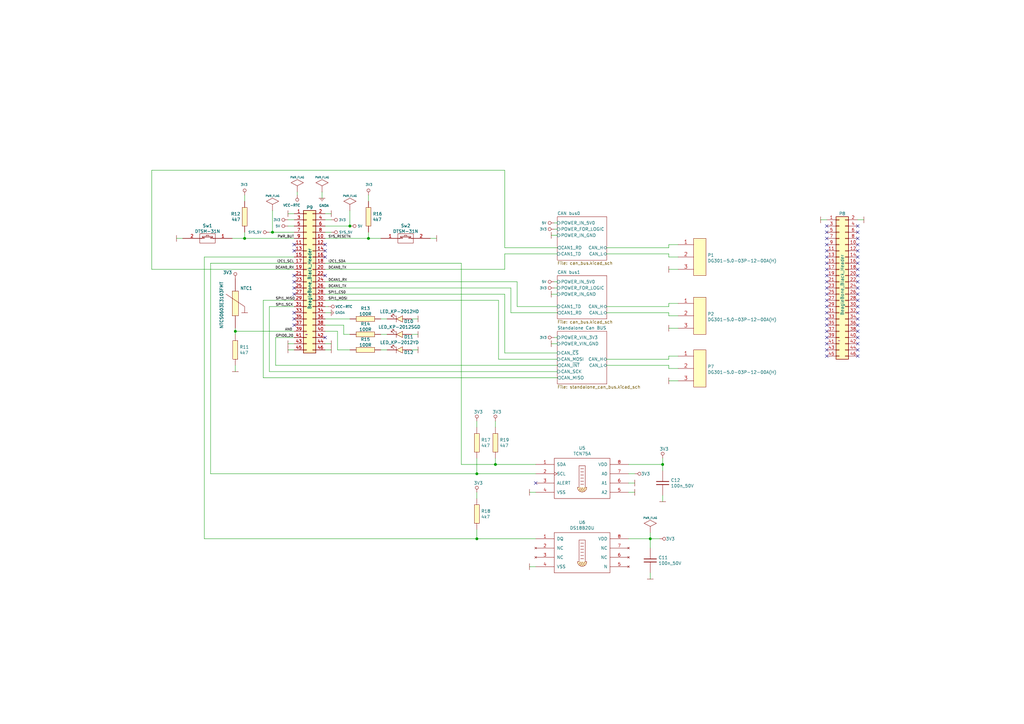
<source format=kicad_sch>
(kicad_sch (version 20210406) (generator eeschema)
  (paper "A3")
  (title_block (title "Beaglebone Black CAN bus cape") (date "2021-04-10") (rev "V1.0") (company "Embedded System Labs"))
  (lib_symbols
    (symbol "Capacitors_Smd0603:100n" (pin_numbers hide) (pin_names (offset 0.254))
      (property "Reference" "C" (at 1.27 2.54 0))
      (property "Value" "100n" (at 1.27 -2.54 0))
      (symbol "100n_1_1"
        (pin passive line (at 0 5.08 270) (length 4.4704) (name "~") (number "1"))
        (pin passive line (at 0 -5.08 90) (length 4.4704) (name "~") (number "2"))
      )
    )
    (symbol "Connector_Generic:Conn_02x23_Odd_Even" (pin_names (offset 1.016) hide)
      (property "Reference" "J" (at 1.27 30.48 0))
      (property "Value" "Conn_02x23_Odd_Even" (at 1.27 -30.48 0))
      (symbol "Conn_02x23_Odd_Even_1_1"
        (pin passive line (at -5.08 27.94 0) (length 3.81) (name "Pin_1") (number "1"))
        (pin passive line (at 7.62 17.78 180) (length 3.81) (name "Pin_10") (number "10"))
        (pin passive line (at -5.08 15.24 0) (length 3.81) (name "Pin_11") (number "11"))
        (pin passive line (at 7.62 15.24 180) (length 3.81) (name "Pin_12") (number "12"))
        (pin passive line (at -5.08 12.7 0) (length 3.81) (name "Pin_13") (number "13"))
        (pin passive line (at 7.62 12.7 180) (length 3.81) (name "Pin_14") (number "14"))
        (pin passive line (at -5.08 10.16 0) (length 3.81) (name "Pin_15") (number "15"))
        (pin passive line (at 7.62 10.16 180) (length 3.81) (name "Pin_16") (number "16"))
        (pin passive line (at -5.08 7.62 0) (length 3.81) (name "Pin_17") (number "17"))
        (pin passive line (at 7.62 7.62 180) (length 3.81) (name "Pin_18") (number "18"))
        (pin passive line (at -5.08 5.08 0) (length 3.81) (name "Pin_19") (number "19"))
        (pin passive line (at 7.62 27.94 180) (length 3.81) (name "Pin_2") (number "2"))
        (pin passive line (at 7.62 5.08 180) (length 3.81) (name "Pin_20") (number "20"))
        (pin passive line (at -5.08 2.54 0) (length 3.81) (name "Pin_21") (number "21"))
        (pin passive line (at 7.62 2.54 180) (length 3.81) (name "Pin_22") (number "22"))
        (pin passive line (at -5.08 0 0) (length 3.81) (name "Pin_23") (number "23"))
        (pin passive line (at 7.62 0 180) (length 3.81) (name "Pin_24") (number "24"))
        (pin passive line (at -5.08 -2.54 0) (length 3.81) (name "Pin_25") (number "25"))
        (pin passive line (at 7.62 -2.54 180) (length 3.81) (name "Pin_26") (number "26"))
        (pin passive line (at -5.08 -5.08 0) (length 3.81) (name "Pin_27") (number "27"))
        (pin passive line (at 7.62 -5.08 180) (length 3.81) (name "Pin_28") (number "28"))
        (pin passive line (at -5.08 -7.62 0) (length 3.81) (name "Pin_29") (number "29"))
        (pin passive line (at -5.08 25.4 0) (length 3.81) (name "Pin_3") (number "3"))
        (pin passive line (at 7.62 -7.62 180) (length 3.81) (name "Pin_30") (number "30"))
        (pin passive line (at -5.08 -10.16 0) (length 3.81) (name "Pin_31") (number "31"))
        (pin passive line (at 7.62 -10.16 180) (length 3.81) (name "Pin_32") (number "32"))
        (pin passive line (at -5.08 -12.7 0) (length 3.81) (name "Pin_33") (number "33"))
        (pin passive line (at 7.62 -12.7 180) (length 3.81) (name "Pin_34") (number "34"))
        (pin passive line (at -5.08 -15.24 0) (length 3.81) (name "Pin_35") (number "35"))
        (pin passive line (at 7.62 -15.24 180) (length 3.81) (name "Pin_36") (number "36"))
        (pin passive line (at -5.08 -17.78 0) (length 3.81) (name "Pin_37") (number "37"))
        (pin passive line (at 7.62 -17.78 180) (length 3.81) (name "Pin_38") (number "38"))
        (pin passive line (at -5.08 -20.32 0) (length 3.81) (name "Pin_39") (number "39"))
        (pin passive line (at 7.62 25.4 180) (length 3.81) (name "Pin_4") (number "4"))
        (pin passive line (at 7.62 -20.32 180) (length 3.81) (name "Pin_40") (number "40"))
        (pin passive line (at -5.08 -22.86 0) (length 3.81) (name "Pin_41") (number "41"))
        (pin passive line (at 7.62 -22.86 180) (length 3.81) (name "Pin_42") (number "42"))
        (pin passive line (at -5.08 -25.4 0) (length 3.81) (name "Pin_43") (number "43"))
        (pin passive line (at 7.62 -25.4 180) (length 3.81) (name "Pin_44") (number "44"))
        (pin passive line (at -5.08 -27.94 0) (length 3.81) (name "Pin_45") (number "45"))
        (pin passive line (at 7.62 -27.94 180) (length 3.81) (name "Pin_46") (number "46"))
        (pin passive line (at -5.08 22.86 0) (length 3.81) (name "Pin_5") (number "5"))
        (pin passive line (at 7.62 22.86 180) (length 3.81) (name "Pin_6") (number "6"))
        (pin passive line (at -5.08 20.32 0) (length 3.81) (name "Pin_7") (number "7"))
        (pin passive line (at 7.62 20.32 180) (length 3.81) (name "Pin_8") (number "8"))
        (pin passive line (at -5.08 17.78 0) (length 3.81) (name "Pin_9") (number "9"))
      )
    )
    (symbol "Diodes:LED_KP-2012HD" (pin_numbers hide) (pin_names (offset 1.016) hide)
      (property "Reference" "D" (at 0 2.54 0))
      (property "Value" "LED_KP-2012HD" (at 0 -3.81 0))
      (property "Datasheet" "D:/Git_Kicad_Library/Schematic/Diodes/Components_Documentation/KP2012xxx.pdf" (at 0 0 0))
      (symbol "LED_KP-2012HD_1_1"
        (pin passive line (at -5.08 0 0) (length 3.81) (name "A") (number "1"))
        (pin passive line (at 5.08 0 180) (length 3.81) (name "K") (number "2"))
      )
    )
    (symbol "Diodes:LED_KP-2012SGD" (pin_numbers hide) (pin_names (offset 1.016) hide)
      (property "Reference" "D" (at 0 2.54 0))
      (property "Value" "LED_KP-2012SGD" (at 0 -3.81 0))
      (property "Datasheet" "D:/Git_Kicad_Library/Schematic/Diodes/Components_Documentation/KP2012xxx.pdf" (at 0 0 0))
      (symbol "LED_KP-2012SGD_1_1"
        (pin passive line (at -5.08 0 0) (length 3.81) (name "A") (number "1"))
        (pin passive line (at 5.08 0 180) (length 3.81) (name "K") (number "2"))
      )
    )
    (symbol "Diodes:LED_KP-2012YD" (pin_numbers hide) (pin_names (offset 1.016) hide)
      (property "Reference" "D" (at 0 2.54 0))
      (property "Value" "LED_KP-2012YD" (at 0 -3.81 0))
      (property "Datasheet" "D:/Git_Kicad_Library/Schematic/Diodes/Components_Documentation/KP2012xxx.pdf" (at 0 0 0))
      (symbol "LED_KP-2012YD_1_1"
        (pin passive line (at -5.08 0 0) (length 3.81) (name "A") (number "1"))
        (pin passive line (at 5.08 0 180) (length 3.81) (name "K") (number "2"))
      )
    )
    (symbol "Discrete_Connectors:DG301-5.0-03P-12-00A(H)" (pin_names (offset 1.016) hide)
      (property "Reference" "P" (at 3.81 0 90))
      (property "Value" "DG301-5.0-03P-12-00A(H)" (at 6.35 0 90))
      (symbol "DG301-5.0-03P-12-00A(H)_1_1"
        (pin passive line (at -8.89 5.08 0) (length 6.35) (name "~") (number "1"))
        (pin passive line (at -8.89 0 0) (length 6.35) (name "~") (number "2"))
        (pin passive line (at -8.89 -5.08 0) (length 6.35) (name "~") (number "3"))
      )
    )
    (symbol "Microswitches:DTSM-31N" (pin_names (offset 1.016))
      (property "Reference" "Sw" (at 0 5.08 0))
      (property "Value" "DTSM-31N" (at 0 7.62 0))
      (property "Datasheet" "Switches/Microswitches/Components_Documentation/dtsm31n.pdf" (at 0 0 0))
      (symbol "DTSM-31N_1_1"
        (pin input line (at -10.16 0 0) (length 7.62) (name "~") (number "1"))
        (pin input line (at 10.16 0 180) (length 7.62) (name "~") (number "2"))
      )
    )
    (symbol "NTC_Thermistors:NTCS0603E3103FMT" (pin_numbers hide) (pin_names (offset 1.016) hide)
      (property "Reference" "NTC" (at 0 2.54 0))
      (property "Value" "NTCS0603E3103FMT" (at 0 5.08 0))
      (symbol "NTCS0603E3103FMT_1_1"
        (pin input line (at -10.16 0 0) (length 5.08) (name "~") (number "1"))
        (pin input line (at 10.16 0 180) (length 5.08) (name "~") (number "2"))
      )
    )
    (symbol "Resistors_Smd0603:100R" (pin_numbers hide) (pin_names (offset 0))
      (property "Reference" "R" (at 2.032 0 90))
      (property "Value" "100R" (at -2.54 0 90))
      (symbol "100R_1_1"
        (pin passive line (at 0 6.35 270) (length 2.54) (name "~") (number "1"))
        (pin passive line (at 0 -6.35 90) (length 2.54) (name "~") (number "2"))
      )
    )
    (symbol "Resistors_Smd0603:4k7" (pin_numbers hide) (pin_names (offset 1.016))
      (property "Reference" "R" (at 2.54 0 90))
      (property "Value" "4k7" (at -2.54 0 90))
      (symbol "4k7_1_1"
        (pin passive line (at 0 6.35 270) (length 2.54) (name "~") (number "1"))
        (pin passive line (at 0 -6.35 90) (length 2.54) (name "~") (number "2"))
      )
    )
    (symbol "Temperature_Sensors:DS18B20U" (pin_names (offset 1.016))
      (property "Reference" "U" (at 0 8.89 0))
      (property "Value" "DS18B20U" (at 0 11.43 0))
      (symbol "DS18B20U_1_1"
        (pin bidirectional line (at -19.05 5.08 0) (length 7.62) (name "DQ") (number "1"))
        (pin no_connect line (at -19.05 1.27 0) (length 7.62) (name "NC") (number "2"))
        (pin no_connect line (at -19.05 -2.54 0) (length 7.62) (name "NC") (number "3"))
        (pin power_in line (at -19.05 -6.35 0) (length 7.62) (name "VSS") (number "4"))
        (pin no_connect line (at 19.05 -6.35 180) (length 7.62) (name "N") (number "5"))
        (pin no_connect line (at 19.05 -2.54 180) (length 7.62) (name "NC") (number "6"))
        (pin no_connect line (at 19.05 1.27 180) (length 7.62) (name "NC") (number "7"))
        (pin power_in line (at 19.05 5.08 180) (length 7.62) (name "VDD") (number "8"))
      )
    )
    (symbol "Temperature_Sensors:TCN75A" (pin_names (offset 1.016))
      (property "Reference" "U" (at 0 8.89 0))
      (property "Value" "TCN75A" (at 0 11.43 0))
      (symbol "TCN75A_1_1"
        (pin bidirectional line (at -19.05 5.08 0) (length 7.62) (name "SDA") (number "1"))
        (pin input clock (at -19.05 1.27 0) (length 7.62) (name "SCL") (number "2"))
        (pin output line (at -19.05 -2.54 0) (length 7.62) (name "ALERT") (number "3"))
        (pin power_in line (at -19.05 -6.35 0) (length 7.62) (name "VSS") (number "4"))
        (pin input line (at 19.05 -6.35 180) (length 7.62) (name "A2") (number "5"))
        (pin input line (at 19.05 -2.54 180) (length 7.62) (name "A1") (number "6"))
        (pin input line (at 19.05 1.27 180) (length 7.62) (name "A0") (number "7"))
        (pin power_in line (at 19.05 5.08 180) (length 7.62) (name "VDD") (number "8"))
      )
    )
    (symbol "power:3V3" (power) (pin_names (offset 0))
      (property "Value" "3V3" (at 0 3.81 0))
      (symbol "3V3_0_0"
        (pin power_in line (at 0 0 90) (length 0) hide (name "3V3") (number "1"))
      )
    )
    (symbol "power:5V" (power) (pin_names (offset 0))
      (property "Value" "5V" (at 0 3.81 0))
      (symbol "5V_0_0"
        (pin power_in line (at 0 0 90) (length 0) hide (name "5V") (number "1"))
      )
    )
    (symbol "power:AVCC" (power) (pin_names (offset 1.016))
      (property "Value" "AVCC" (at 0 3.81 0))
      (symbol "AVCC_1_0"
        (pin power_in line (at 0 0 90) (length 0) hide (name "VCC-RTC") (number "1"))
      )
    )
    (symbol "power:GND" (power) (pin_names (offset 0))
      (symbol "GND_1_1"
        (pin power_in line (at 0 0 180) (length 0) hide (name "GND") (number "1"))
      )
    )
    (symbol "power:GNDA" (power) (pin_names (offset 0))
      (property "Value" "GNDA" (at 0 -2.54 0))
      (symbol "GNDA_1_1"
        (pin power_in line (at 0 0 90) (length 0) hide (name "GNDA") (number "1"))
      )
    )
    (symbol "power:PWR_FLAG" (power) (pin_numbers hide) (pin_names (offset 0) hide)
      (property "Value" "PWR_FLAG" (at 0 5.842 0))
      (symbol "PWR_FLAG_0_0"
        (pin power_out line (at 0 0 90) (length 0) (name "pwr") (number "1"))
      )
    )
    (symbol "power:SYS_5V" (power) (pin_names (offset 0))
      (property "Value" "SYS_5V" (at 0 3.81 0))
      (symbol "SYS_5V_0_0"
        (pin power_in line (at 0 0 90) (length 0) hide (name "SYS_5V") (number "1"))
      )
    )
  )
  (junction (at 96.52 135.89) (diameter 1.016))
  (junction (at 100.33 97.79) (diameter 1.016))
  (junction (at 111.76 95.25) (diameter 1.016))
  (junction (at 143.51 92.71) (diameter 1.016))
  (junction (at 151.13 97.79) (diameter 1.016))
  (junction (at 195.58 194.31) (diameter 1.016))
  (junction (at 195.58 220.98) (diameter 1.016))
  (junction (at 203.2 190.5) (diameter 1.016))
  (junction (at 266.7 220.98) (diameter 1.016))
  (junction (at 271.78 190.5) (diameter 1.016))
  (no_connect (at 120.65 100.33))
  (no_connect (at 120.65 102.87))
  (no_connect (at 120.65 113.03))
  (no_connect (at 120.65 115.57))
  (no_connect (at 120.65 118.11))
  (no_connect (at 120.65 120.65))
  (no_connect (at 120.65 128.27))
  (no_connect (at 120.65 130.81))
  (no_connect (at 120.65 133.35))
  (no_connect (at 133.35 100.33))
  (no_connect (at 133.35 102.87))
  (no_connect (at 133.35 105.41))
  (no_connect (at 133.35 113.03))
  (no_connect (at 133.35 138.43))
  (no_connect (at 219.71 198.12))
  (no_connect (at 339.09 92.71))
  (no_connect (at 339.09 95.25))
  (no_connect (at 339.09 97.79))
  (no_connect (at 339.09 100.33))
  (no_connect (at 339.09 102.87))
  (no_connect (at 339.09 105.41))
  (no_connect (at 339.09 107.95))
  (no_connect (at 339.09 110.49))
  (no_connect (at 339.09 113.03))
  (no_connect (at 339.09 115.57))
  (no_connect (at 339.09 118.11))
  (no_connect (at 339.09 120.65))
  (no_connect (at 339.09 123.19))
  (no_connect (at 339.09 125.73))
  (no_connect (at 339.09 128.27))
  (no_connect (at 339.09 130.81))
  (no_connect (at 339.09 133.35))
  (no_connect (at 339.09 135.89))
  (no_connect (at 339.09 138.43))
  (no_connect (at 339.09 140.97))
  (no_connect (at 339.09 143.51))
  (no_connect (at 339.09 146.05))
  (no_connect (at 351.79 92.71))
  (no_connect (at 351.79 95.25))
  (no_connect (at 351.79 97.79))
  (no_connect (at 351.79 100.33))
  (no_connect (at 351.79 102.87))
  (no_connect (at 351.79 105.41))
  (no_connect (at 351.79 107.95))
  (no_connect (at 351.79 110.49))
  (no_connect (at 351.79 113.03))
  (no_connect (at 351.79 115.57))
  (no_connect (at 351.79 118.11))
  (no_connect (at 351.79 120.65))
  (no_connect (at 351.79 123.19))
  (no_connect (at 351.79 125.73))
  (no_connect (at 351.79 128.27))
  (no_connect (at 351.79 130.81))
  (no_connect (at 351.79 133.35))
  (no_connect (at 351.79 135.89))
  (no_connect (at 351.79 138.43))
  (no_connect (at 351.79 140.97))
  (no_connect (at 351.79 143.51))
  (no_connect (at 351.79 146.05))
  (wire (pts (xy 62.23 69.85) (xy 62.23 110.49)))
  (wire (pts (xy 62.23 69.85) (xy 207.01 69.85)))
  (wire (pts (xy 62.23 110.49) (xy 120.65 110.49)))
  (wire (pts (xy 74.93 97.79) (xy 72.39 97.79)))
  (wire (pts (xy 83.82 105.41) (xy 120.65 105.41)))
  (wire (pts (xy 83.82 220.98) (xy 83.82 105.41)))
  (wire (pts (xy 83.82 220.98) (xy 195.58 220.98)))
  (wire (pts (xy 86.36 107.95) (xy 86.36 194.31)))
  (wire (pts (xy 86.36 107.95) (xy 120.65 107.95)))
  (wire (pts (xy 86.36 194.31) (xy 195.58 194.31)))
  (wire (pts (xy 96.52 134.62) (xy 96.52 135.89)))
  (wire (pts (xy 96.52 135.89) (xy 96.52 137.16)))
  (wire (pts (xy 96.52 135.89) (xy 120.65 135.89)))
  (wire (pts (xy 96.52 149.86) (xy 96.52 152.4)))
  (wire (pts (xy 100.33 80.01) (xy 100.33 82.55)))
  (wire (pts (xy 100.33 95.25) (xy 100.33 97.79)))
  (wire (pts (xy 100.33 97.79) (xy 95.25 97.79)))
  (wire (pts (xy 100.33 97.79) (xy 120.65 97.79)))
  (wire (pts (xy 107.95 123.19) (xy 107.95 154.94)))
  (wire (pts (xy 107.95 123.19) (xy 120.65 123.19)))
  (wire (pts (xy 107.95 154.94) (xy 228.6 154.94)))
  (wire (pts (xy 110.49 95.25) (xy 111.76 95.25)))
  (wire (pts (xy 110.49 125.73) (xy 110.49 152.4)))
  (wire (pts (xy 110.49 125.73) (xy 120.65 125.73)))
  (wire (pts (xy 110.49 152.4) (xy 228.6 152.4)))
  (wire (pts (xy 111.76 86.36) (xy 111.76 95.25)))
  (wire (pts (xy 111.76 95.25) (xy 120.65 95.25)))
  (wire (pts (xy 113.03 138.43) (xy 120.65 138.43)))
  (wire (pts (xy 113.03 149.86) (xy 113.03 138.43)))
  (wire (pts (xy 113.03 149.86) (xy 228.6 149.86)))
  (wire (pts (xy 118.11 140.97) (xy 120.65 140.97)))
  (wire (pts (xy 118.11 143.51) (xy 120.65 143.51)))
  (wire (pts (xy 120.65 87.63) (xy 118.11 87.63)))
  (wire (pts (xy 120.65 90.17) (xy 118.11 90.17)))
  (wire (pts (xy 120.65 92.71) (xy 118.11 92.71)))
  (wire (pts (xy 121.92 78.74) (xy 121.92 80.01)))
  (wire (pts (xy 132.08 78.74) (xy 132.08 81.28)))
  (wire (pts (xy 133.35 87.63) (xy 135.89 87.63)))
  (wire (pts (xy 133.35 90.17) (xy 135.89 90.17)))
  (wire (pts (xy 133.35 92.71) (xy 143.51 92.71)))
  (wire (pts (xy 133.35 95.25) (xy 135.89 95.25)))
  (wire (pts (xy 133.35 97.79) (xy 151.13 97.79)))
  (wire (pts (xy 133.35 107.95) (xy 189.23 107.95)))
  (wire (pts (xy 133.35 110.49) (xy 207.01 110.49)))
  (wire (pts (xy 133.35 115.57) (xy 212.09 115.57)))
  (wire (pts (xy 133.35 118.11) (xy 209.55 118.11)))
  (wire (pts (xy 133.35 120.65) (xy 207.01 120.65)))
  (wire (pts (xy 133.35 123.19) (xy 204.47 123.19)))
  (wire (pts (xy 133.35 125.73) (xy 134.62 125.73)))
  (wire (pts (xy 133.35 128.27) (xy 135.89 128.27)))
  (wire (pts (xy 133.35 130.81) (xy 143.51 130.81)))
  (wire (pts (xy 133.35 133.35) (xy 140.97 133.35)))
  (wire (pts (xy 133.35 135.89) (xy 138.43 135.89)))
  (wire (pts (xy 133.35 140.97) (xy 135.89 140.97)))
  (wire (pts (xy 133.35 143.51) (xy 135.89 143.51)))
  (wire (pts (xy 138.43 135.89) (xy 138.43 143.51)))
  (wire (pts (xy 138.43 143.51) (xy 143.51 143.51)))
  (wire (pts (xy 140.97 133.35) (xy 140.97 137.16)))
  (wire (pts (xy 140.97 137.16) (xy 143.51 137.16)))
  (wire (pts (xy 143.51 86.36) (xy 143.51 92.71)))
  (wire (pts (xy 151.13 80.01) (xy 151.13 82.55)))
  (wire (pts (xy 151.13 95.25) (xy 151.13 97.79)))
  (wire (pts (xy 151.13 97.79) (xy 156.21 97.79)))
  (wire (pts (xy 156.21 130.81) (xy 158.75 130.81)))
  (wire (pts (xy 156.21 137.16) (xy 158.75 137.16)))
  (wire (pts (xy 156.21 143.51) (xy 158.75 143.51)))
  (wire (pts (xy 168.91 130.81) (xy 171.45 130.81)))
  (wire (pts (xy 168.91 137.16) (xy 171.45 137.16)))
  (wire (pts (xy 168.91 143.51) (xy 171.45 143.51)))
  (wire (pts (xy 176.53 97.79) (xy 179.07 97.79)))
  (wire (pts (xy 189.23 190.5) (xy 189.23 107.95)))
  (wire (pts (xy 195.58 172.72) (xy 195.58 175.26)))
  (wire (pts (xy 195.58 187.96) (xy 195.58 194.31)))
  (wire (pts (xy 195.58 194.31) (xy 219.71 194.31)))
  (wire (pts (xy 195.58 201.93) (xy 195.58 204.47)))
  (wire (pts (xy 195.58 217.17) (xy 195.58 220.98)))
  (wire (pts (xy 195.58 220.98) (xy 219.71 220.98)))
  (wire (pts (xy 203.2 172.72) (xy 203.2 175.26)))
  (wire (pts (xy 203.2 187.96) (xy 203.2 190.5)))
  (wire (pts (xy 203.2 190.5) (xy 189.23 190.5)))
  (wire (pts (xy 203.2 190.5) (xy 219.71 190.5)))
  (wire (pts (xy 204.47 147.32) (xy 204.47 123.19)))
  (wire (pts (xy 207.01 101.6) (xy 207.01 69.85)))
  (wire (pts (xy 207.01 104.14) (xy 228.6 104.14)))
  (wire (pts (xy 207.01 110.49) (xy 207.01 104.14)))
  (wire (pts (xy 207.01 120.65) (xy 207.01 144.78)))
  (wire (pts (xy 207.01 144.78) (xy 228.6 144.78)))
  (wire (pts (xy 209.55 128.27) (xy 209.55 118.11)))
  (wire (pts (xy 209.55 128.27) (xy 228.6 128.27)))
  (wire (pts (xy 212.09 125.73) (xy 212.09 115.57)))
  (wire (pts (xy 219.71 201.93) (xy 217.17 201.93)))
  (wire (pts (xy 219.71 232.41) (xy 217.17 232.41)))
  (wire (pts (xy 227.33 91.44) (xy 228.6 91.44)))
  (wire (pts (xy 227.33 93.98) (xy 228.6 93.98)))
  (wire (pts (xy 227.33 115.57) (xy 228.6 115.57)))
  (wire (pts (xy 227.33 118.11) (xy 228.6 118.11)))
  (wire (pts (xy 227.33 138.43) (xy 228.6 138.43)))
  (wire (pts (xy 228.6 96.52) (xy 226.06 96.52)))
  (wire (pts (xy 228.6 101.6) (xy 207.01 101.6)))
  (wire (pts (xy 228.6 120.65) (xy 226.06 120.65)))
  (wire (pts (xy 228.6 125.73) (xy 212.09 125.73)))
  (wire (pts (xy 228.6 140.97) (xy 226.06 140.97)))
  (wire (pts (xy 228.6 147.32) (xy 204.47 147.32)))
  (wire (pts (xy 248.92 101.6) (xy 274.32 101.6)))
  (wire (pts (xy 248.92 104.14) (xy 274.32 104.14)))
  (wire (pts (xy 248.92 125.73) (xy 274.32 125.73)))
  (wire (pts (xy 248.92 128.27) (xy 274.32 128.27)))
  (wire (pts (xy 248.92 147.32) (xy 274.32 147.32)))
  (wire (pts (xy 248.92 149.86) (xy 274.32 149.86)))
  (wire (pts (xy 257.81 198.12) (xy 260.35 198.12)))
  (wire (pts (xy 257.81 201.93) (xy 260.35 201.93)))
  (wire (pts (xy 260.35 194.31) (xy 257.81 194.31)))
  (wire (pts (xy 266.7 218.44) (xy 266.7 220.98)))
  (wire (pts (xy 266.7 220.98) (xy 257.81 220.98)))
  (wire (pts (xy 266.7 224.79) (xy 266.7 220.98)))
  (wire (pts (xy 266.7 234.95) (xy 266.7 237.49)))
  (wire (pts (xy 270.51 220.98) (xy 266.7 220.98)))
  (wire (pts (xy 271.78 187.96) (xy 271.78 190.5)))
  (wire (pts (xy 271.78 190.5) (xy 257.81 190.5)))
  (wire (pts (xy 271.78 193.04) (xy 271.78 190.5)))
  (wire (pts (xy 271.78 203.2) (xy 271.78 205.74)))
  (wire (pts (xy 274.32 100.33) (xy 278.13 100.33)))
  (wire (pts (xy 274.32 101.6) (xy 274.32 100.33)))
  (wire (pts (xy 274.32 104.14) (xy 274.32 105.41)))
  (wire (pts (xy 274.32 105.41) (xy 278.13 105.41)))
  (wire (pts (xy 274.32 124.46) (xy 278.13 124.46)))
  (wire (pts (xy 274.32 125.73) (xy 274.32 124.46)))
  (wire (pts (xy 274.32 128.27) (xy 274.32 129.54)))
  (wire (pts (xy 274.32 129.54) (xy 278.13 129.54)))
  (wire (pts (xy 274.32 146.05) (xy 278.13 146.05)))
  (wire (pts (xy 274.32 147.32) (xy 274.32 146.05)))
  (wire (pts (xy 274.32 149.86) (xy 274.32 151.13)))
  (wire (pts (xy 274.32 151.13) (xy 278.13 151.13)))
  (wire (pts (xy 278.13 110.49) (xy 274.32 110.49)))
  (wire (pts (xy 278.13 134.62) (xy 274.32 134.62)))
  (wire (pts (xy 278.13 156.21) (xy 274.32 156.21)))
  (wire (pts (xy 339.09 90.17) (xy 336.55 90.17)))
  (wire (pts (xy 351.79 90.17) (xy 354.33 90.17)))
  (label "SPI1_MISO" (at 113.03 123.19 0) (effects (font (size 1 1))))
  (label "SPI1_SCK" (at 113.03 125.73 0) (effects (font (size 1 1))))
  (label "GPIO0_20" (at 113.03 138.43 0) (effects (font (size 1 1))))
  (label "AN0" (at 116.84 135.89 0) (effects (font (size 1 1))))
  (label "PWR_BUT" (at 120.65 97.79 180) (effects (font (size 1 1))))
  (label "I2C1_SCL" (at 120.65 107.95 180) (effects (font (size 1 1))))
  (label "DCAN0_RX" (at 120.65 110.49 180) (effects (font (size 1 1))))
  (label "SYS_RESETN" (at 134.62 97.79 0) (effects (font (size 1 1))))
  (label "I2C1_SDA" (at 134.62 107.95 0) (effects (font (size 1 1))))
  (label "DCAN0_TX" (at 134.62 110.49 0) (effects (font (size 1 1))))
  (label "DCAN1_RX" (at 134.62 115.57 0) (effects (font (size 1 1))))
  (label "DCAN1_TX" (at 134.62 118.11 0) (effects (font (size 1 1))))
  (label "SPI1_CS0" (at 134.62 120.65 0) (effects (font (size 1 1))))
  (label "SPI1_MOSI" (at 134.62 123.19 0) (effects (font (size 1 1))))
  (symbol (lib_id "power:GND") (at 72.39 97.79 270) (mirror x) (unit 1)
    (property "Reference" "#PWR0156" (effects hide))
    (property "Value" "GND" (effects hide))
  )
  (symbol (lib_id "power:GND") (at 96.52 152.4 0) (unit 1)
    (property "Reference" "#PWR0157" (effects hide))
    (property "Value" "GND" (effects hide))
  )
  (symbol (lib_id "power:GND") (at 118.11 87.63 270) (unit 1)
    (property "Reference" "#PWR0123" (effects hide))
    (property "Value" "GND" (effects hide))
  )
  (symbol (lib_id "power:GND") (at 118.11 140.97 90) (unit 1)
    (property "Reference" "#PWR0107" (effects hide))
    (property "Value" "GND" (effects hide))
  )
  (symbol (lib_id "power:GND") (at 118.11 143.51 90) (unit 1)
    (property "Reference" "#PWR0105" (effects hide))
    (property "Value" "GND" (effects hide))
  )
  (symbol (lib_id "power:GND") (at 135.89 87.63 90) (unit 1)
    (property "Reference" "#PWR0102" (effects hide))
    (property "Value" "GND" (effects hide))
  )
  (symbol (lib_id "power:GND") (at 135.89 140.97 90) (unit 1)
    (property "Reference" "#PWR0106" (effects hide))
    (property "Value" "GND" (effects hide))
  )
  (symbol (lib_id "power:GND") (at 135.89 143.51 90) (unit 1)
    (property "Reference" "#PWR0104" (effects hide))
    (property "Value" "GND" (effects hide))
  )
  (symbol (lib_id "power:GND") (at 171.45 130.81 90) (unit 1)
    (property "Reference" "#PWR0174" (effects hide))
    (property "Value" "GND" (effects hide))
  )
  (symbol (lib_id "power:GND") (at 171.45 137.16 90) (unit 1)
    (property "Reference" "#PWR0175" (effects hide))
    (property "Value" "GND" (effects hide))
  )
  (symbol (lib_id "power:GND") (at 171.45 143.51 90) (unit 1)
    (property "Reference" "#PWR0176" (effects hide))
    (property "Value" "GND" (effects hide))
  )
  (symbol (lib_id "power:GND") (at 179.07 97.79 90) (unit 1)
    (property "Reference" "#PWR0161" (effects hide))
    (property "Value" "GND" (effects hide))
  )
  (symbol (lib_id "power:GND") (at 217.17 201.93 270) (unit 1)
    (property "Reference" "#PWR0164" (effects hide))
    (property "Value" "GND" (effects hide))
  )
  (symbol (lib_id "power:GND") (at 217.17 232.41 270) (unit 1)
    (property "Reference" "#PWR0169" (effects hide))
    (property "Value" "GND" (effects hide))
  )
  (symbol (lib_id "power:GND") (at 226.06 96.52 270) (unit 1)
    (property "Reference" "#PWR0113" (effects hide))
    (property "Value" "GND" (effects hide))
  )
  (symbol (lib_id "power:GND") (at 226.06 120.65 270) (unit 1)
    (property "Reference" "#PWR0115" (effects hide))
    (property "Value" "GND" (effects hide))
  )
  (symbol (lib_id "power:GND") (at 226.06 140.97 270) (unit 1)
    (property "Reference" "#PWR0173" (effects hide))
    (property "Value" "GND" (effects hide))
  )
  (symbol (lib_id "power:GND") (at 260.35 198.12 90) (unit 1)
    (property "Reference" "#PWR0162" (effects hide))
    (property "Value" "GND" (effects hide))
  )
  (symbol (lib_id "power:GND") (at 260.35 201.93 90) (unit 1)
    (property "Reference" "#PWR0163" (effects hide))
    (property "Value" "GND" (effects hide))
  )
  (symbol (lib_id "power:GND") (at 266.7 237.49 0) (unit 1)
    (property "Reference" "#PWR0171" (effects hide))
    (property "Value" "GND" (effects hide))
  )
  (symbol (lib_id "power:GND") (at 271.78 205.74 0) (unit 1)
    (property "Reference" "#PWR0167" (effects hide))
    (property "Value" "GND" (effects hide))
  )
  (symbol (lib_id "power:GND") (at 274.32 110.49 270) (unit 1)
    (property "Reference" "#PWR0118" (effects hide))
    (property "Value" "GND" (effects hide))
  )
  (symbol (lib_id "power:GND") (at 274.32 134.62 270) (unit 1)
    (property "Reference" "#PWR0119" (effects hide))
    (property "Value" "GND" (effects hide))
  )
  (symbol (lib_id "power:GND") (at 274.32 156.21 270) (unit 1)
    (property "Reference" "#PWR0152" (effects hide))
    (property "Value" "GND" (effects hide))
  )
  (symbol (lib_id "power:GND") (at 336.55 90.17 270) (unit 1)
    (property "Reference" "#PWR0117" (effects hide))
    (property "Value" "GND" (effects hide))
  )
  (symbol (lib_id "power:GND") (at 354.33 90.17 90) (unit 1)
    (property "Reference" "#PWR0110" (effects hide))
    (property "Value" "GND" (effects hide))
  )
  (symbol (lib_id "power:GNDA") (at 132.08 81.28 0) (unit 1)
    (property "Reference" "#PWR0178" (effects hide))
    (property "Value" "GNDA" (at 130.8309 84.328 0) (effects (font (size 1 1)) (justify left)))
  )
  (symbol (lib_id "power:GNDA") (at 135.89 128.27 90) (unit 1)
    (property "Reference" "#PWR0109" (effects hide))
    (property "Value" "GNDA" (at 141.478 128.2491 90) (effects (font (size 1 1)) (justify left)))
  )
  (symbol (lib_id "power:3V3") (at 96.52 114.3 0) (unit 1)
    (property "Reference" "#PWR0154" (effects hide))
    (property "Value" "3V3" (at 91.44 111.76 0) (effects (justify left)))
  )
  (symbol (lib_id "power:3V3") (at 100.33 80.01 0) (mirror y) (unit 1)
    (property "Reference" "#PWR0155" (effects hide))
    (property "Value" "3V3" (at 101.5925 75.6919 0) (effects (font (size 1 1)) (justify left)))
  )
  (symbol (lib_id "power:SYS_5V") (at 110.49 95.25 90) (unit 1)
    (property "Reference" "#PWR0122" (effects hide))
    (property "Value" "SYS_5V" (at 107.3149 95.2425 90) (effects (font (size 1 1)) (justify left)))
  )
  (symbol (lib_id "power:3V3") (at 118.11 90.17 90) (unit 1)
    (property "Reference" "#PWR0124" (effects hide))
    (property "Value" "3V3" (at 115.0619 90.1625 90) (effects (font (size 1 1)) (justify left)))
  )
  (symbol (lib_id "power:5V") (at 118.11 92.71 90) (unit 1)
    (property "Reference" "#PWR0120" (effects hide))
    (property "Value" "5V" (at 114.9349 92.7025 90) (effects (font (size 1 1)) (justify left)))
  )
  (symbol (lib_id "power:AVCC") (at 121.92 80.01 180) (unit 1)
    (property "Reference" "#PWR0177" (effects hide))
    (property "Value" "AVCC" (at 123.1381 84.2011 0) (effects (font (size 1 1)) (justify left)))
  )
  (symbol (lib_id "power:AVCC") (at 134.62 125.73 270) (unit 1)
    (property "Reference" "#PWR0108" (effects hide))
    (property "Value" "AVCC" (at 137.5411 125.7819 90) (effects (font (size 1 1)) (justify left)))
  )
  (symbol (lib_id "power:3V3") (at 135.89 90.17 270) (unit 1)
    (property "Reference" "#PWR0103" (effects hide))
    (property "Value" "3V3" (at 138.9381 90.1775 90) (effects (font (size 1 1)) (justify left)))
  )
  (symbol (lib_id "power:SYS_5V") (at 135.89 95.25 270) (unit 1)
    (property "Reference" "#PWR0101" (effects hide))
    (property "Value" "SYS_5V" (at 139.0651 95.2575 90) (effects (font (size 1 1)) (justify left)))
  )
  (symbol (lib_id "power:5V") (at 143.51 92.71 270) (unit 1)
    (property "Reference" "#PWR0121" (effects hide))
    (property "Value" "5V" (at 146.6851 92.7175 90) (effects (font (size 1 1)) (justify left)))
  )
  (symbol (lib_id "power:3V3") (at 151.13 80.01 0) (unit 1)
    (property "Reference" "#PWR0158" (effects hide))
    (property "Value" "3V3" (at 149.8675 75.6919 0) (effects (font (size 1 1)) (justify left)))
  )
  (symbol (lib_id "power:3V3") (at 195.58 172.72 0) (unit 1)
    (property "Reference" "#PWR0159" (effects hide))
    (property "Value" "3V3" (at 194.31 168.91 0) (effects (justify left)))
  )
  (symbol (lib_id "power:3V3") (at 195.58 201.93 0) (unit 1)
    (property "Reference" "#PWR0160" (effects hide))
    (property "Value" "3V3" (at 194.31 198.12 0) (effects (justify left)))
  )
  (symbol (lib_id "power:3V3") (at 203.2 172.72 0) (unit 1)
    (property "Reference" "#PWR0165" (effects hide))
    (property "Value" "3V3" (at 201.93 168.91 0) (effects (justify left)))
  )
  (symbol (lib_id "power:5V") (at 227.33 91.44 90) (unit 1)
    (property "Reference" "#PWR0111" (effects hide))
    (property "Value" "5V" (at 224.1549 91.4325 90) (effects (font (size 1 1)) (justify left)))
  )
  (symbol (lib_id "power:3V3") (at 227.33 93.98 90) (unit 1)
    (property "Reference" "#PWR0112" (effects hide))
    (property "Value" "3V3" (at 224.2819 93.9725 90) (effects (font (size 1 1)) (justify left)))
  )
  (symbol (lib_id "power:5V") (at 227.33 115.57 90) (unit 1)
    (property "Reference" "#PWR0114" (effects hide))
    (property "Value" "5V" (at 224.1549 115.5625 90) (effects (font (size 1 1)) (justify left)))
  )
  (symbol (lib_id "power:3V3") (at 227.33 118.11 90) (unit 1)
    (property "Reference" "#PWR0116" (effects hide))
    (property "Value" "3V3" (at 224.2819 118.1025 90) (effects (font (size 1 1)) (justify left)))
  )
  (symbol (lib_id "power:3V3") (at 227.33 138.43 90) (unit 1)
    (property "Reference" "#PWR0172" (effects hide))
    (property "Value" "3V3" (at 224.2819 138.4225 90) (effects (font (size 1 1)) (justify left)))
  )
  (symbol (lib_id "power:3V3") (at 260.35 194.31 270) (unit 1)
    (property "Reference" "#PWR0170" (effects hide))
    (property "Value" "3V3" (at 262.89 194.31 90) (effects (justify left)))
  )
  (symbol (lib_id "power:3V3") (at 270.51 220.98 270) (unit 1)
    (property "Reference" "#PWR0168" (effects hide))
    (property "Value" "3V3" (at 273.05 220.98 90) (effects (justify left)))
  )
  (symbol (lib_id "power:3V3") (at 271.78 187.96 0) (unit 1)
    (property "Reference" "#PWR0166" (effects hide))
    (property "Value" "3V3" (at 270.51 184.15 0) (effects (justify left)))
  )
  (symbol (lib_id "Resistors_Smd0603:4k7") (at 96.52 143.51 0) (unit 1)
    (property "Reference" "R11" (at 98.2472 142.3416 0) (effects (justify left)))
    (property "Value" "4k7" (at 98.2472 144.653 0) (effects (justify left)))
    (property "Footprint" "Resistor_Smd_0603:4k7_0603" (effects hide))
    (property "Datasheet" "Resistors/Smd_0603/Components_Documentation/Vishay_Resistors_SM0603.pdf" (effects hide))
    (property "Manufacturer" "ROYAL OHM" (effects hide))
    (property "Manufacturer Part Number" "0603SAF4701T5E" (effects hide))
    (property "Supplier" "TME" (effects hide))
    (property "Supplier Part Number" "	SMD0603-4K7-1%" (effects hide))
    (property "URL" "https://www.tme.eu/pl/details/smd0603-4k7-1%2525/rezystory-smd-0603/royal-ohm/0603saf4701t5e/" (effects hide))
    (property "Price@1pc" "0,04698" (effects hide))
    (property "Price@1000pcs" "0,01271" (effects hide))
    (property "Package" "0603" (effects hide))
  )
  (symbol (lib_id "Resistors_Smd0603:4k7") (at 100.33 88.9 0) (mirror y) (unit 1)
    (property "Reference" "R12" (at 98.6028 87.7316 0) (effects (justify left)))
    (property "Value" "4k7" (at 98.6028 90.043 0) (effects (justify left)))
    (property "Footprint" "Resistor_Smd_0603:4k7_0603" (effects hide))
    (property "Datasheet" "Resistors/Smd_0603/Components_Documentation/Vishay_Resistors_SM0603.pdf" (effects hide))
    (property "Manufacturer" "ROYAL OHM" (effects hide))
    (property "Manufacturer Part Number" "0603SAF4701T5E" (effects hide))
    (property "Supplier" "TME" (effects hide))
    (property "Supplier Part Number" "	SMD0603-4K7-1%" (effects hide))
    (property "URL" "https://www.tme.eu/pl/details/smd0603-4k7-1%2525/rezystory-smd-0603/royal-ohm/0603saf4701t5e/" (effects hide))
    (property "Price@1pc" "0,04698" (effects hide))
    (property "Price@1000pcs" "0,01271" (effects hide))
    (property "Package" "0603" (effects hide))
  )
  (symbol (lib_id "Resistors_Smd0603:100R") (at 149.86 130.81 90) (unit 1)
    (property "Reference" "R13" (at 149.86 126.4878 90))
    (property "Value" "100R" (at 149.86 128.7865 90))
    (property "Footprint" "Resistor_Smd_0603:100R_0603" (effects hide))
    (property "Datasheet" "https://www.tme.eu/Document/ec37243ca557adb02ebafc5c1ab83104/CQ%20datasheet.pdf" (effects hide))
    (property "Manufacturer" "Royal Ohm" (effects hide))
    (property "Manufacturer Part Number" "CQ03SAF1000T5E" (effects hide))
    (property "Supplier" "Tme" (effects hide))
    (property "Supplier Part Number" "CQ0603-100R-1%" (effects hide))
    (property "URL" "https://www.tme.eu/pl/details/cq0603-100r-1%25/rezystory-smd-0603/royal-ohm/cq03saf1000t5e/" (effects hide))
    (property "Price@1pc" "0,07305" (effects hide))
    (property "Price@100pcs" "0,03414" (effects hide))
    (property "Developer" "MW" (effects hide))
    (property "Package" "0603" (effects hide))
    (property "LCSC Part #(optional)" "C269700" (effects hide))
  )
  (symbol (lib_id "Resistors_Smd0603:100R") (at 149.86 137.16 90) (unit 1)
    (property "Reference" "R14" (at 149.86 132.8378 90))
    (property "Value" "100R" (at 149.86 135.1365 90))
    (property "Footprint" "Resistor_Smd_0603:100R_0603" (effects hide))
    (property "Datasheet" "https://www.tme.eu/Document/ec37243ca557adb02ebafc5c1ab83104/CQ%20datasheet.pdf" (effects hide))
    (property "Manufacturer" "Royal Ohm" (effects hide))
    (property "Manufacturer Part Number" "CQ03SAF1000T5E" (effects hide))
    (property "Supplier" "Tme" (effects hide))
    (property "Supplier Part Number" "CQ0603-100R-1%" (effects hide))
    (property "URL" "https://www.tme.eu/pl/details/cq0603-100r-1%25/rezystory-smd-0603/royal-ohm/cq03saf1000t5e/" (effects hide))
    (property "Price@1pc" "0,07305" (effects hide))
    (property "Price@100pcs" "0,03414" (effects hide))
    (property "Developer" "MW" (effects hide))
    (property "Package" "0603" (effects hide))
    (property "LCSC Part #(optional)" "C269700" (effects hide))
  )
  (symbol (lib_id "Resistors_Smd0603:100R") (at 149.86 143.51 90) (unit 1)
    (property "Reference" "R15" (at 149.86 139.1878 90))
    (property "Value" "100R" (at 149.86 141.4865 90))
    (property "Footprint" "Resistor_Smd_0603:100R_0603" (effects hide))
    (property "Datasheet" "https://www.tme.eu/Document/ec37243ca557adb02ebafc5c1ab83104/CQ%20datasheet.pdf" (effects hide))
    (property "Manufacturer" "Royal Ohm" (effects hide))
    (property "Manufacturer Part Number" "CQ03SAF1000T5E" (effects hide))
    (property "Supplier" "Tme" (effects hide))
    (property "Supplier Part Number" "CQ0603-100R-1%" (effects hide))
    (property "URL" "https://www.tme.eu/pl/details/cq0603-100r-1%25/rezystory-smd-0603/royal-ohm/cq03saf1000t5e/" (effects hide))
    (property "Price@1pc" "0,07305" (effects hide))
    (property "Price@100pcs" "0,03414" (effects hide))
    (property "Developer" "MW" (effects hide))
    (property "Package" "0603" (effects hide))
    (property "LCSC Part #(optional)" "C269700" (effects hide))
  )
  (symbol (lib_id "Resistors_Smd0603:4k7") (at 151.13 88.9 0) (unit 1)
    (property "Reference" "R16" (at 152.8572 87.7316 0) (effects (justify left)))
    (property "Value" "4k7" (at 152.8572 90.043 0) (effects (justify left)))
    (property "Footprint" "Resistor_Smd_0603:4k7_0603" (effects hide))
    (property "Datasheet" "Resistors/Smd_0603/Components_Documentation/Vishay_Resistors_SM0603.pdf" (effects hide))
    (property "Manufacturer" "ROYAL OHM" (effects hide))
    (property "Manufacturer Part Number" "0603SAF4701T5E" (effects hide))
    (property "Supplier" "TME" (effects hide))
    (property "Supplier Part Number" "	SMD0603-4K7-1%" (effects hide))
    (property "URL" "https://www.tme.eu/pl/details/smd0603-4k7-1%2525/rezystory-smd-0603/royal-ohm/0603saf4701t5e/" (effects hide))
    (property "Price@1pc" "0,04698" (effects hide))
    (property "Price@1000pcs" "0,01271" (effects hide))
    (property "Package" "0603" (effects hide))
  )
  (symbol (lib_id "Resistors_Smd0603:4k7") (at 195.58 181.61 0) (unit 1)
    (property "Reference" "R17" (at 197.3072 180.4416 0) (effects (justify left)))
    (property "Value" "4k7" (at 197.3072 182.753 0) (effects (justify left)))
    (property "Footprint" "Resistor_Smd_0603:4k7_0603" (effects hide))
    (property "Datasheet" "Resistors/Smd_0603/Components_Documentation/Vishay_Resistors_SM0603.pdf" (effects hide))
    (property "Manufacturer" "ROYAL OHM" (effects hide))
    (property "Manufacturer Part Number" "0603SAF4701T5E" (effects hide))
    (property "Supplier" "TME" (effects hide))
    (property "Supplier Part Number" "	SMD0603-4K7-1%" (effects hide))
    (property "URL" "https://www.tme.eu/pl/details/smd0603-4k7-1%2525/rezystory-smd-0603/royal-ohm/0603saf4701t5e/" (effects hide))
    (property "Price@1pc" "0,04698" (effects hide))
    (property "Price@1000pcs" "0,01271" (effects hide))
    (property "Package" "0603" (effects hide))
  )
  (symbol (lib_id "Resistors_Smd0603:4k7") (at 195.58 210.82 0) (unit 1)
    (property "Reference" "R18" (at 197.3072 209.6516 0) (effects (justify left)))
    (property "Value" "4k7" (at 197.3072 211.963 0) (effects (justify left)))
    (property "Footprint" "Resistor_Smd_0603:4k7_0603" (effects hide))
    (property "Datasheet" "Resistors/Smd_0603/Components_Documentation/Vishay_Resistors_SM0603.pdf" (effects hide))
    (property "Manufacturer" "ROYAL OHM" (effects hide))
    (property "Manufacturer Part Number" "0603SAF4701T5E" (effects hide))
    (property "Supplier" "TME" (effects hide))
    (property "Supplier Part Number" "	SMD0603-4K7-1%" (effects hide))
    (property "URL" "https://www.tme.eu/pl/details/smd0603-4k7-1%2525/rezystory-smd-0603/royal-ohm/0603saf4701t5e/" (effects hide))
    (property "Price@1pc" "0,04698" (effects hide))
    (property "Price@1000pcs" "0,01271" (effects hide))
    (property "Package" "0603" (effects hide))
  )
  (symbol (lib_id "Resistors_Smd0603:4k7") (at 203.2 181.61 0) (unit 1)
    (property "Reference" "R19" (at 204.9272 180.4416 0) (effects (justify left)))
    (property "Value" "4k7" (at 204.9272 182.753 0) (effects (justify left)))
    (property "Footprint" "Resistor_Smd_0603:4k7_0603" (effects hide))
    (property "Datasheet" "Resistors/Smd_0603/Components_Documentation/Vishay_Resistors_SM0603.pdf" (effects hide))
    (property "Manufacturer" "ROYAL OHM" (effects hide))
    (property "Manufacturer Part Number" "0603SAF4701T5E" (effects hide))
    (property "Supplier" "TME" (effects hide))
    (property "Supplier Part Number" "	SMD0603-4K7-1%" (effects hide))
    (property "URL" "https://www.tme.eu/pl/details/smd0603-4k7-1%2525/rezystory-smd-0603/royal-ohm/0603saf4701t5e/" (effects hide))
    (property "Price@1pc" "0,04698" (effects hide))
    (property "Price@1000pcs" "0,01271" (effects hide))
    (property "Package" "0603" (effects hide))
  )
  (symbol (lib_id "power:PWR_FLAG") (at 111.76 86.36 0) (unit 1)
    (property "Reference" "#FLG0103" (effects hide))
    (property "Value" "PWR_FLAG" (at 111.76 80.3707 0) (effects (font (size 0.762 0.762))))
  )
  (symbol (lib_id "power:PWR_FLAG") (at 121.92 78.74 0) (unit 1)
    (property "Reference" "#FLG0104" (effects hide))
    (property "Value" "PWR_FLAG" (at 121.92 72.7507 0) (effects (font (size 0.762 0.762))))
  )
  (symbol (lib_id "power:PWR_FLAG") (at 132.08 78.74 0) (unit 1)
    (property "Reference" "#FLG0106" (effects hide))
    (property "Value" "PWR_FLAG" (at 132.08 72.7507 0) (effects (font (size 0.762 0.762))))
  )
  (symbol (lib_id "power:PWR_FLAG") (at 143.51 86.36 0) (unit 1)
    (property "Reference" "#FLG0105" (effects hide))
    (property "Value" "PWR_FLAG" (at 143.51 80.3707 0) (effects (font (size 0.762 0.762))))
  )
  (symbol (lib_id "power:PWR_FLAG") (at 266.7 218.44 0) (unit 1)
    (property "Reference" "#FLG0102" (effects hide))
    (property "Value" "PWR_FLAG" (at 266.7 212.4507 0) (effects (font (size 0.762 0.762))))
  )
  (symbol (lib_id "Diodes:LED_KP-2012HD") (at 163.83 130.81 180) (unit 1)
    (property "Reference" "D10" (at 167.64 131.8218 0))
    (property "Value" "LED_KP-2012HD" (at 163.83 127.7705 0))
    (property "Footprint" "Diodes:LED_KP-2012HD_SM0805" (effects hide))
    (property "Datasheet" "D:/Git_Kicad_Library/Schematic/Diodes/Components_Documentation/KP2012xxx.pdf" (effects hide))
  )
  (symbol (lib_id "Diodes:LED_KP-2012SGD") (at 163.83 137.16 180) (unit 1)
    (property "Reference" "D11" (at 167.64 138.1718 0))
    (property "Value" "LED_KP-2012SGD" (at 163.83 134.1205 0))
    (property "Footprint" "Diodes:LED_KP-2012SGD_SM0805" (effects hide))
    (property "Datasheet" "D:/Git_Kicad_Library/Schematic/Diodes/Components_Documentation/KP2012xxx.pdf" (effects hide))
  )
  (symbol (lib_id "Diodes:LED_KP-2012YD") (at 163.83 143.51 180) (unit 1)
    (property "Reference" "D12" (at 167.64 144.5218 0))
    (property "Value" "LED_KP-2012YD" (at 163.83 140.4705 0))
    (property "Footprint" "Diodes:LED_KP-2012YD_SM0805" (effects hide))
    (property "Datasheet" "D:/Git_Kicad_Library/Schematic/Diodes/Components_Documentation/KP2012xxx.pdf" (effects hide))
  )
  (symbol (lib_id "Capacitors_Smd0603:100n") (at 266.7 229.87 0) (unit 1)
    (property "Reference" "C11" (at 270.0274 228.7016 0) (effects (justify left)))
    (property "Value" "100n_50V" (at 270.0274 231.013 0) (effects (justify left)))
    (property "Footprint" "Capacitors_Smd_0603:100nF_0603" (effects hide))
    (property "Datasheet" "Capacitors/Smd_0603/Components_Documentation/KEM_C1005_Y5V_SMD.pdf" (effects hide))
    (property "Manufacturer" "SAMSUNG" (effects hide))
    (property "Manufacturer Part Number" "CL10B104JB8NNNC" (effects hide))
    (property "Supplier" "TME" (effects hide))
    (property "Supplier Part Number" "CL10B104JB8NNNC" (effects hide))
    (property "URL" "https://www.tme.eu/pl/details/cl10b104jb8nnnc/kondensatory-mlcc-smd-0603/samsung/" (effects hide))
    (property "Price@1pc" "0,04540" (effects hide))
    (property "Price@1000pcs" "0,02231" (effects hide))
    (property "Package" "0603" (effects hide))
  )
  (symbol (lib_id "Capacitors_Smd0603:100n") (at 271.78 198.12 0) (unit 1)
    (property "Reference" "C12" (at 275.1074 196.9516 0) (effects (justify left)))
    (property "Value" "100n_50V" (at 275.1074 199.263 0) (effects (justify left)))
    (property "Footprint" "Capacitors_Smd_0603:100nF_0603" (effects hide))
    (property "Datasheet" "Capacitors/Smd_0603/Components_Documentation/KEM_C1005_Y5V_SMD.pdf" (effects hide))
    (property "Manufacturer" "SAMSUNG" (effects hide))
    (property "Manufacturer Part Number" "CL10B104JB8NNNC" (effects hide))
    (property "Supplier" "TME" (effects hide))
    (property "Supplier Part Number" "CL10B104JB8NNNC" (effects hide))
    (property "URL" "https://www.tme.eu/pl/details/cl10b104jb8nnnc/kondensatory-mlcc-smd-0603/samsung/" (effects hide))
    (property "Price@1pc" "0,04540" (effects hide))
    (property "Price@1000pcs" "0,02231" (effects hide))
    (property "Package" "0603" (effects hide))
  )
  (symbol (lib_id "Microswitches:DTSM-31N") (at 85.09 97.79 0) (mirror y) (unit 1)
    (property "Reference" "Sw1" (at 85.09 92.5788 0))
    (property "Value" "DTSM-31N" (at 85.09 94.8775 0))
    (property "Footprint" "Microswitches:DTSM-31N_SMD" (effects hide))
    (property "Datasheet" "Switches/Microswitches/Components_Documentation/dtsm31n.pdf" (effects hide))
  )
  (symbol (lib_id "Microswitches:DTSM-31N") (at 166.37 97.79 0) (unit 1)
    (property "Reference" "Sw2" (at 166.37 92.5788 0))
    (property "Value" "DTSM-31N" (at 166.37 94.8775 0))
    (property "Footprint" "Microswitches:DTSM-31N_SMD" (effects hide))
    (property "Datasheet" "Switches/Microswitches/Components_Documentation/dtsm31n.pdf" (effects hide))
  )
  (symbol (lib_id "Discrete_Connectors:DG301-5.0-03P-12-00A(H)") (at 287.02 105.41 0) (unit 1)
    (property "Reference" "P1" (at 290.1951 104.6491 0) (effects (justify left)))
    (property "Value" "DG301-5.0-03P-12-00A(H)" (at 290.1951 106.9478 0) (effects (justify left)))
    (property "Footprint" "Discrete_Connectors:DG301-5.0-03P-12-00A(H)" (effects hide))
    (property "Datasheet" "Connectors/Discrete_Connectors/Components_Documentation/DG301-5.0-03P-12-00A(H).pdf" (effects hide))
    (property "Manufacturer" "	DEGSON ELECTRONICS" (effects hide))
    (property "Manufacturer Part Number" "DG301-5.0-03P-12-00A(H)" (effects hide))
    (property "Supplier" "TME" (effects hide))
    (property "Supplier Part Number" "DG301-5.0-3P12" (effects hide))
    (property "URL" "https://www.tme.eu/pl/details/dg301-5.0-3p12/listwy-zaciskowe-do-druku/degson-electronics/dg301-5-0-03p-12-00a-h/" (effects hide))
    (property "Price@1pc" "0,9220" (effects hide))
    (property "Price@1000pcs" "0,6199" (effects hide))
    (property "Developer" "WP" (effects hide))
  )
  (symbol (lib_id "Discrete_Connectors:DG301-5.0-03P-12-00A(H)") (at 287.02 129.54 0) (unit 1)
    (property "Reference" "P2" (at 290.1951 128.7791 0) (effects (justify left)))
    (property "Value" "DG301-5.0-03P-12-00A(H)" (at 290.1951 131.0778 0) (effects (justify left)))
    (property "Footprint" "Discrete_Connectors:DG301-5.0-03P-12-00A(H)" (effects hide))
    (property "Datasheet" "Connectors/Discrete_Connectors/Components_Documentation/DG301-5.0-03P-12-00A(H).pdf" (effects hide))
    (property "Manufacturer" "	DEGSON ELECTRONICS" (effects hide))
    (property "Manufacturer Part Number" "DG301-5.0-03P-12-00A(H)" (effects hide))
    (property "Supplier" "TME" (effects hide))
    (property "Supplier Part Number" "DG301-5.0-3P12" (effects hide))
    (property "URL" "https://www.tme.eu/pl/details/dg301-5.0-3p12/listwy-zaciskowe-do-druku/degson-electronics/dg301-5-0-03p-12-00a-h/" (effects hide))
    (property "Price@1pc" "0,9220" (effects hide))
    (property "Price@1000pcs" "0,6199" (effects hide))
    (property "Developer" "WP" (effects hide))
  )
  (symbol (lib_id "Discrete_Connectors:DG301-5.0-03P-12-00A(H)") (at 287.02 151.13 0) (unit 1)
    (property "Reference" "P7" (at 290.1951 150.3691 0) (effects (justify left)))
    (property "Value" "DG301-5.0-03P-12-00A(H)" (at 290.1951 152.6678 0) (effects (justify left)))
    (property "Footprint" "Discrete_Connectors:DG301-5.0-03P-12-00A(H)" (effects hide))
    (property "Datasheet" "Connectors/Discrete_Connectors/Components_Documentation/DG301-5.0-03P-12-00A(H).pdf" (effects hide))
    (property "Manufacturer" "	DEGSON ELECTRONICS" (effects hide))
    (property "Manufacturer Part Number" "DG301-5.0-03P-12-00A(H)" (effects hide))
    (property "Supplier" "TME" (effects hide))
    (property "Supplier Part Number" "DG301-5.0-3P12" (effects hide))
    (property "URL" "https://www.tme.eu/pl/details/dg301-5.0-3p12/listwy-zaciskowe-do-druku/degson-electronics/dg301-5-0-03p-12-00a-h/" (effects hide))
    (property "Price@1pc" "0,9220" (effects hide))
    (property "Price@1000pcs" "0,6199" (effects hide))
    (property "Developer" "WP" (effects hide))
  )
  (symbol (lib_id "NTC_Thermistors:NTCS0603E3103FMT") (at 96.52 124.46 90) (unit 1)
    (property "Reference" "NTC1" (at 98.5012 118.2116 90) (effects (justify right)))
    (property "Value" "NTCS0603E3103FMT" (at 90.8812 115.443 0) (effects (justify right)))
    (property "Footprint" "NTC_Thermistors:NTCS0603E3103FMT" (effects hide))
    (property "Datasheet" "https://datasheet.lcsc.com/szlcsc/1811131630_TDK-NTCG163JF103FT1_C76589.pdf" (effects hide))
    (property "Manufacturer" "TDK/SR PASSIVES" (effects hide))
    (property "Manufacturer Part Number" "NTCG163JF103FT1" (effects hide))
    (property "Supplier" "TME" (effects hide))
    (property "Supplier Part Number" "NTC0603-10K-B1" (effects hide))
    (property "URL" "https://www.tme.eu/pl/details/ntc0603-10k-b1/termistory-ntc-pomiarowe-smd/sr-passives/" (effects hide))
    (property "Price@10pcs" "0,9687" (effects hide))
    (property "Price@1000pcs" "0,4261" (effects hide))
    (property "Developer" "MW" (effects hide))
    (property "Package" "0603" (effects hide))
    (property "LCSC Part # (optional)" "C76589" (effects hide))
  )
  (symbol (lib_id "Temperature_Sensors:TCN75A") (at 238.76 195.58 0) (unit 1)
    (property "Reference" "U5" (at 238.76 183.769 0))
    (property "Value" "TCN75A" (at 238.76 186.0804 0))
    (property "Footprint" "Temperature_Sensors:TCN75A_SOIC8" (effects hide))
    (property "Datasheet" "Temperature_Sensors/Components_Documentation/TCN75A_21935D.pdf" (effects hide))
  )
  (symbol (lib_id "Temperature_Sensors:DS18B20U") (at 238.76 226.06 0) (unit 1)
    (property "Reference" "U6" (at 238.76 214.249 0))
    (property "Value" "DS18B20U" (at 238.76 216.5604 0))
    (property "Footprint" "Temperature_Sensors:DS18B20U_MSOP-8_3x3mm_P0.65mm" (effects hide))
    (property "Datasheet" "Temperature_Sensors/Components_Documentation/DS18B20.pdf" (effects hide))
  )
  (symbol (lib_id "Connector_Generic:Conn_02x23_Odd_Even") (at 125.73 115.57 0) (unit 1)
    (property "Reference" "P9" (at 127 85.09 0))
    (property "Value" "BeagleBone_Black_Header" (at 127 114.3 90))
    (property "Footprint" "Socket_BeagleBone_Black:Socket_BeagleBone_Black" (effects hide))
    (property "Datasheet" "~" (at 125.73 137.16 0) (effects (font (size 1.524 1.524))))
  )
  (symbol (lib_id "Connector_Generic:Conn_02x23_Odd_Even") (at 344.17 118.11 0) (unit 1)
    (property "Reference" "P8" (at 345.44 87.63 0))
    (property "Value" "BeagleBone_Black_Header" (at 345.44 116.84 90))
    (property "Footprint" "Socket_BeagleBone_Black:Socket_BeagleBone_Black" (effects hide))
    (property "Datasheet" "~" (at 344.17 139.7 0) (effects (font (size 1.524 1.524))))
  )
  (sheet (at 228.6 88.9) (size 20.32 17.78) (stroke (width 0.0006))
    (property "Sheet name" "CAN bus0" (at 228.6 88.2643 0) (effects (justify left bottom)))
    (property "Sheet file" "can_bus.kicad_sch" (at 228.6 107.1887 0) (effects (justify left top)))
    (pin "CAN1_TD" input (at 228.6 104.14 180))
    (pin "POWER_IN_GND" input (at 228.6 96.52 180))
    (pin "POWER_IN_5V0" input (at 228.6 91.44 180))
    (pin "CAN1_RD" output (at 228.6 101.6 180))
    (pin "CAN_H" bidirectional (at 248.92 101.6 0))
    (pin "CAN_L" bidirectional (at 248.92 104.14 0))
    (pin "POWER_FOR_LOGIC" input (at 228.6 93.98 180))
  )
  (sheet (at 228.6 113.03) (size 20.32 17.78) (stroke (width 0.0006))
    (property "Sheet name" "CAN bus1" (at 228.6 112.3943 0) (effects (justify left bottom)))
    (property "Sheet file" "can_bus.kicad_sch" (at 228.6 131.3187 0) (effects (justify left top)))
    (pin "CAN1_TD" input (at 228.6 125.73 180))
    (pin "POWER_IN_GND" input (at 228.6 120.65 180))
    (pin "POWER_IN_5V0" input (at 228.6 115.57 180))
    (pin "CAN1_RD" output (at 228.6 128.27 180))
    (pin "CAN_H" bidirectional (at 248.92 125.73 0))
    (pin "CAN_L" bidirectional (at 248.92 128.27 0))
    (pin "POWER_FOR_LOGIC" input (at 228.6 118.11 180))
  )
  (sheet (at 228.6 135.89) (size 20.32 21.59) (stroke (width 0.0006))
    (property "Sheet name" "Standalone Can BUS" (at 228.6 135.2543 0) (effects (justify left bottom)))
    (property "Sheet file" "standalone_can_bus.kicad_sch" (at 228.6 157.9887 0) (effects (justify left top)))
    (pin "CAN_L" bidirectional (at 248.92 149.86 0))
    (pin "CAN_H" bidirectional (at 248.92 147.32 0))
    (pin "CAN_MISO" output (at 228.6 154.94 180))
    (pin "CAN_~INT~" output (at 228.6 149.86 180))
    (pin "CAN_MOSI" input (at 228.6 147.32 180))
    (pin "CAN_SCK" input (at 228.6 152.4 180))
    (pin "POWER_VIN_GND" input (at 228.6 140.97 180))
    (pin "POWER_VIN_3V3" input (at 228.6 138.43 180))
    (pin "CAN_~CS~" input (at 228.6 144.78 180))
  )
)
</source>
